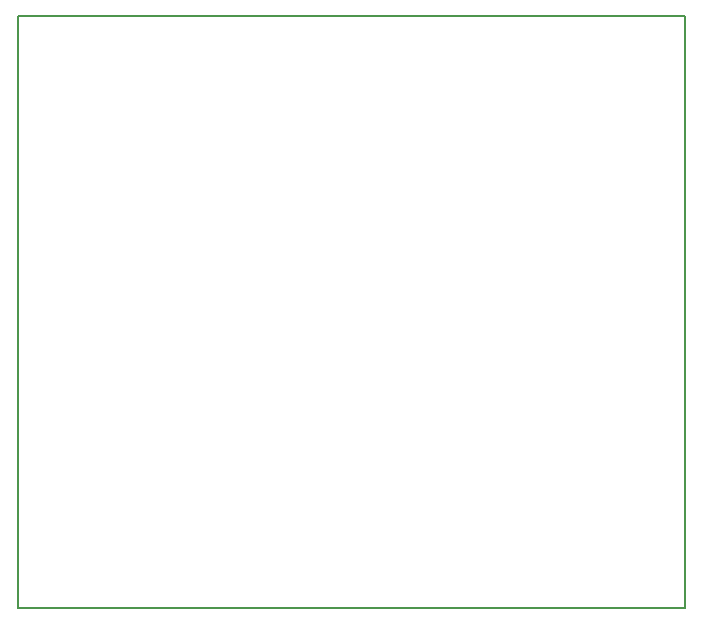
<source format=gbr>
G04 #@! TF.GenerationSoftware,KiCad,Pcbnew,(5.1.8)-1*
G04 #@! TF.CreationDate,2020-12-15T23:42:14+02:00*
G04 #@! TF.ProjectId,qam - demodulator,71616d20-2d20-4646-956d-6f64756c6174,rev?*
G04 #@! TF.SameCoordinates,Original*
G04 #@! TF.FileFunction,Profile,NP*
%FSLAX46Y46*%
G04 Gerber Fmt 4.6, Leading zero omitted, Abs format (unit mm)*
G04 Created by KiCad (PCBNEW (5.1.8)-1) date 2020-12-15 23:42:14*
%MOMM*%
%LPD*%
G01*
G04 APERTURE LIST*
G04 #@! TA.AperFunction,Profile*
%ADD10C,0.200000*%
G04 #@! TD*
G04 APERTURE END LIST*
D10*
X225800000Y-80000000D02*
X169300000Y-80000000D01*
X225800000Y-80000000D02*
X225800000Y-130100000D01*
X169300000Y-130100000D02*
X225800000Y-130100000D01*
X169300000Y-80000000D02*
X169300000Y-130100000D01*
M02*

</source>
